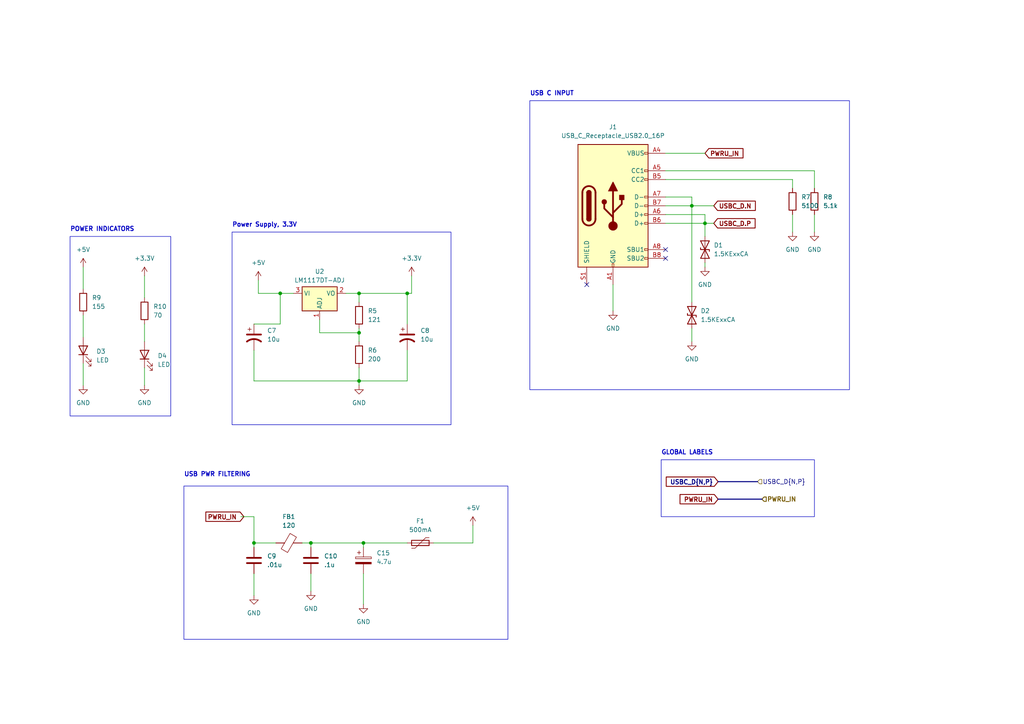
<source format=kicad_sch>
(kicad_sch (version 20230121) (generator eeschema)
  (paper "A4")
  (lib_symbols
    (symbol "Connector:USB_C_Receptacle_USB2.0_16P" (pin_names (offset 1.016))
      (property "Reference" "J" (at 0 22.225 0))
      (property "Value" "USB_C_Receptacle_USB2.0_16P" (at 0 19.685 0))
      (symbol "USB_C_Receptacle_USB2.0_16P_0_0"
        (rectangle (start -0.254 -17.78) (end 0.254 -16.764))
        (rectangle (start 10.16 -14.986) (end 9.144 -15.494))
        (rectangle (start 10.16 -12.446) (end 9.144 -12.954))
        (rectangle (start 10.16 -4.826) (end 9.144 -5.334))
        (rectangle (start 10.16 -2.286) (end 9.144 -2.794))
        (rectangle (start 10.16 0.254) (end 9.144 -0.254))
        (rectangle (start 10.16 2.794) (end 9.144 2.286))
        (rectangle (start 10.16 7.874) (end 9.144 7.366))
        (rectangle (start 10.16 10.414) (end 9.144 9.906))
        (rectangle (start 10.16 15.494) (end 9.144 14.986))
      )
      (symbol "USB_C_Receptacle_USB2.0_16P_0_1"
        (rectangle (start -10.16 17.78) (end 10.16 -17.78) (stroke (width 0.254)) (fill (type background)))
        (arc (start -8.89 -3.81) (mid -6.985 -5.7067) (end -5.08 -3.81) (stroke (width 0.508)))
        (arc (start -7.62 -3.81) (mid -6.985 -4.4423) (end -6.35 -3.81) (stroke (width 0.254)))
        (arc (start -7.62 -3.81) (mid -6.985 -4.4423) (end -6.35 -3.81) (stroke (width 0.254)) (fill (type outline)))
        (rectangle (start -7.62 -3.81) (end -6.35 3.81) (stroke (width 0.254)) (fill (type outline)))
        (arc (start -6.35 3.81) (mid -6.985 4.4423) (end -7.62 3.81) (stroke (width 0.254)))
        (arc (start -6.35 3.81) (mid -6.985 4.4423) (end -7.62 3.81) (stroke (width 0.254)) (fill (type outline)))
        (arc (start -5.08 3.81) (mid -6.985 5.7067) (end -8.89 3.81) (stroke (width 0.508)))
        (circle (center -2.54 1.143) (radius 0.635) (stroke (width 0.254)) (fill (type outline)))
        (circle (center 0 -5.842) (radius 1.27) (fill (type outline)))
        (polyline (pts (xy -8.89 -3.81) (xy -8.89 3.81)) (stroke (width 0.508)))
        (polyline (pts (xy -5.08 3.81) (xy -5.08 -3.81)) (stroke (width 0.508)))
        (polyline (pts (xy 0 -5.842) (xy 0 4.318)) (stroke (width 0.508)))
        (polyline (pts (xy 0 -3.302) (xy -2.54 -0.762) (xy -2.54 0.508)) (stroke (width 0.508)))
        (polyline (pts (xy 0 -2.032) (xy 2.54 0.508) (xy 2.54 1.778)) (stroke (width 0.508)))
        (polyline (pts (xy -1.27 4.318) (xy 0 6.858) (xy 1.27 4.318) (xy -1.27 4.318)) (stroke (width 0.254)) (fill (type outline)))
        (rectangle (start 1.905 1.778) (end 3.175 3.048) (stroke (width 0.254)) (fill (type outline)))
      )
      (symbol "USB_C_Receptacle_USB2.0_16P_1_1"
        (pin passive line (at 0 -22.86 90) (length 5.08) (name "GND") (number "A1"))
        (pin passive line (at 0 -22.86 90) (length 5.08) hide (name "GND") (number "A12"))
        (pin passive line (at 15.24 15.24 180) (length 5.08) (name "VBUS") (number "A4"))
        (pin bidirectional line (at 15.24 10.16 180) (length 5.08) (name "CC1") (number "A5"))
        (pin bidirectional line (at 15.24 -2.54 180) (length 5.08) (name "D+") (number "A6"))
        (pin bidirectional line (at 15.24 2.54 180) (length 5.08) (name "D-") (number "A7"))
        (pin bidirectional line (at 15.24 -12.7 180) (length 5.08) (name "SBU1") (number "A8"))
        (pin passive line (at 15.24 15.24 180) (length 5.08) hide (name "VBUS") (number "A9"))
        (pin passive line (at 0 -22.86 90) (length 5.08) hide (name "GND") (number "B1"))
        (pin passive line (at 0 -22.86 90) (length 5.08) hide (name "GND") (number "B12"))
        (pin passive line (at 15.24 15.24 180) (length 5.08) hide (name "VBUS") (number "B4"))
        (pin bidirectional line (at 15.24 7.62 180) (length 5.08) (name "CC2") (number "B5"))
        (pin bidirectional line (at 15.24 -5.08 180) (length 5.08) (name "D+") (number "B6"))
        (pin bidirectional line (at 15.24 0 180) (length 5.08) (name "D-") (number "B7"))
        (pin bidirectional line (at 15.24 -15.24 180) (length 5.08) (name "SBU2") (number "B8"))
        (pin passive line (at 15.24 15.24 180) (length 5.08) hide (name "VBUS") (number "B9"))
        (pin passive line (at -7.62 -22.86 90) (length 5.08) (name "SHIELD") (number "S1"))
      )
    )
    (symbol "Device:C" (pin_numbers hide) (pin_names (offset 0.254))
      (property "Reference" "C" (at 0.635 2.54 0))
      (property "Value" "C" (at 0.635 -2.54 0))
      (symbol "C_0_1"
        (polyline (pts (xy -2.032 -0.762) (xy 2.032 -0.762)) (stroke (width 0.508)))
        (polyline (pts (xy -2.032 0.762) (xy 2.032 0.762)) (stroke (width 0.508)))
      )
      (symbol "C_1_1"
        (pin passive line (at 0 3.81 270) (length 2.794) (name "~") (number "1"))
        (pin passive line (at 0 -3.81 90) (length 2.794) (name "~") (number "2"))
      )
    )
    (symbol "Device:C_Polarized" (pin_numbers hide) (pin_names (offset 0.254))
      (property "Reference" "C" (at 0.635 2.54 0))
      (property "Value" "C_Polarized" (at 0.635 -2.54 0))
      (symbol "C_Polarized_0_1"
        (rectangle (start -2.286 0.508) (end 2.286 1.016))
        (polyline (pts (xy -1.778 2.286) (xy -0.762 2.286)))
        (polyline (pts (xy -1.27 2.794) (xy -1.27 1.778)))
        (rectangle (start 2.286 -0.508) (end -2.286 -1.016) (fill (type outline)))
      )
      (symbol "C_Polarized_1_1"
        (pin passive line (at 0 3.81 270) (length 2.794) (name "~") (number "1"))
        (pin passive line (at 0 -3.81 90) (length 2.794) (name "~") (number "2"))
      )
    )
    (symbol "Device:C_Polarized_US" (pin_numbers hide) (pin_names (offset 0.254) hide)
      (property "Reference" "C" (at 0.635 2.54 0))
      (property "Value" "C_Polarized_US" (at 0.635 -2.54 0))
      (symbol "C_Polarized_US_0_1"
        (polyline (pts (xy -2.032 0.762) (xy 2.032 0.762)) (stroke (width 0.508)))
        (polyline (pts (xy -1.778 2.286) (xy -0.762 2.286)))
        (polyline (pts (xy -1.27 1.778) (xy -1.27 2.794)))
        (arc (start 2.032 -1.27) (mid 0 -0.5572) (end -2.032 -1.27) (stroke (width 0.508)))
      )
      (symbol "C_Polarized_US_1_1"
        (pin passive line (at 0 3.81 270) (length 2.794) (name "~") (number "1"))
        (pin passive line (at 0 -3.81 90) (length 3.302) (name "~") (number "2"))
      )
    )
    (symbol "Device:FerriteBead" (pin_numbers hide) (pin_names (offset 0))
      (property "Reference" "FB" (at -3.81 0.635 90))
      (property "Value" "FerriteBead" (at 3.81 0 90))
      (symbol "FerriteBead_0_1"
        (polyline (pts (xy 0 -1.27) (xy 0 -1.2192)))
        (polyline (pts (xy 0 1.27) (xy 0 1.2954)))
        (polyline (pts (xy -2.7686 0.4064) (xy -1.7018 2.2606) (xy 2.7686 -0.3048) (xy 1.6764 -2.159) (xy -2.7686 0.4064)))
      )
      (symbol "FerriteBead_1_1"
        (pin passive line (at 0 3.81 270) (length 2.54) (name "~") (number "1"))
        (pin passive line (at 0 -3.81 90) (length 2.54) (name "~") (number "2"))
      )
    )
    (symbol "Device:LED" (pin_numbers hide) (pin_names (offset 1.016) hide)
      (property "Reference" "D" (at 0 2.54 0))
      (property "Value" "LED" (at 0 -2.54 0))
      (symbol "LED_0_1"
        (polyline (pts (xy -1.27 -1.27) (xy -1.27 1.27)) (stroke (width 0.254)))
        (polyline (pts (xy -1.27 0) (xy 1.27 0)))
        (polyline (pts (xy 1.27 -1.27) (xy 1.27 1.27) (xy -1.27 0) (xy 1.27 -1.27)) (stroke (width 0.254)))
        (polyline (pts (xy -3.048 -0.762) (xy -4.572 -2.286) (xy -3.81 -2.286) (xy -4.572 -2.286) (xy -4.572 -1.524)))
        (polyline (pts (xy -1.778 -0.762) (xy -3.302 -2.286) (xy -2.54 -2.286) (xy -3.302 -2.286) (xy -3.302 -1.524)))
      )
      (symbol "LED_1_1"
        (pin passive line (at -3.81 0 0) (length 2.54) (name "K") (number "1"))
        (pin passive line (at 3.81 0 180) (length 2.54) (name "A") (number "2"))
      )
    )
    (symbol "Device:Polyfuse" (pin_numbers hide) (pin_names (offset 0))
      (property "Reference" "F" (at -2.54 0 90))
      (property "Value" "Polyfuse" (at 2.54 0 90))
      (symbol "Polyfuse_0_1"
        (rectangle (start -0.762 2.54) (end 0.762 -2.54) (stroke (width 0.254)))
        (polyline (pts (xy 0 2.54) (xy 0 -2.54)))
        (polyline (pts (xy -1.524 2.54) (xy -1.524 1.524) (xy 1.524 -1.524) (xy 1.524 -2.54)))
      )
      (symbol "Polyfuse_1_1"
        (pin passive line (at 0 3.81 270) (length 1.27) (name "~") (number "1"))
        (pin passive line (at 0 -3.81 90) (length 1.27) (name "~") (number "2"))
      )
    )
    (symbol "Device:R" (pin_numbers hide) (pin_names (offset 0))
      (property "Reference" "R" (at 2.032 0 90))
      (property "Value" "R" (at 0 0 90))
      (symbol "R_0_1"
        (rectangle (start -1.016 -2.54) (end 1.016 2.54) (stroke (width 0.254)))
      )
      (symbol "R_1_1"
        (pin passive line (at 0 3.81 270) (length 1.27) (name "~") (number "1"))
        (pin passive line (at 0 -3.81 90) (length 1.27) (name "~") (number "2"))
      )
    )
    (symbol "Diode:1.5KExxCA" (pin_numbers hide) (pin_names (offset 1.016) hide)
      (property "Reference" "D" (at 0 2.54 0))
      (property "Value" "1.5KExxCA" (at 0 -2.54 0))
      (symbol "1.5KExxCA_0_1"
        (polyline (pts (xy 1.27 0) (xy -1.27 0)))
        (polyline (pts (xy -2.54 -1.27) (xy 0 0) (xy -2.54 1.27) (xy -2.54 -1.27)) (stroke (width 0.254)))
        (polyline (pts (xy 0.508 1.27) (xy 0 1.27) (xy 0 -1.27) (xy -0.508 -1.27)) (stroke (width 0.254)))
        (polyline (pts (xy 2.54 1.27) (xy 2.54 -1.27) (xy 0 0) (xy 2.54 1.27)) (stroke (width 0.254)))
      )
      (symbol "1.5KExxCA_1_1"
        (pin passive line (at -3.81 0 0) (length 2.54) (name "A1") (number "1"))
        (pin passive line (at 3.81 0 180) (length 2.54) (name "A2") (number "2"))
      )
    )
    (symbol "Regulator_Linear:LM1117DT-ADJ"
      (property "Reference" "U" (at -3.81 3.175 0))
      (property "Value" "LM1117DT-ADJ" (at 0 3.175 0))
      (symbol "LM1117DT-ADJ_0_1"
        (rectangle (start -5.08 -5.08) (end 5.08 1.905) (stroke (width 0.254)) (fill (type background)))
      )
      (symbol "LM1117DT-ADJ_1_1"
        (pin input line (at 0 -7.62 90) (length 2.54) (name "ADJ") (number "1"))
        (pin power_out line (at 7.62 0 180) (length 2.54) (name "VO") (number "2"))
        (pin power_in line (at -7.62 0 0) (length 2.54) (name "VI") (number "3"))
      )
    )
    (symbol "power:+3.3V" (power) (pin_names (offset 0))
      (property "Value" "+3.3V" (at 0 3.556 0))
      (symbol "+3.3V_0_1"
        (polyline (pts (xy -0.762 1.27) (xy 0 2.54)))
        (polyline (pts (xy 0 0) (xy 0 2.54)))
        (polyline (pts (xy 0 2.54) (xy 0.762 1.27)))
      )
      (symbol "+3.3V_1_1"
        (pin power_in line (at 0 0 90) (length 0) hide (name "+3.3V") (number "1"))
      )
    )
    (symbol "power:+5V" (power) (pin_names (offset 0))
      (property "Value" "+5V" (at 0 3.556 0))
      (symbol "+5V_0_1"
        (polyline (pts (xy -0.762 1.27) (xy 0 2.54)))
        (polyline (pts (xy 0 0) (xy 0 2.54)))
        (polyline (pts (xy 0 2.54) (xy 0.762 1.27)))
      )
      (symbol "+5V_1_1"
        (pin power_in line (at 0 0 90) (length 0) hide (name "+5V") (number "1"))
      )
    )
    (symbol "power:GND" (power) (pin_names (offset 0))
      (property "Value" "GND" (at 0 -3.81 0))
      (symbol "GND_0_1"
        (polyline (pts (xy 0 0) (xy 0 -1.27) (xy 1.27 -1.27) (xy 0 -2.54) (xy -1.27 -1.27) (xy 0 -1.27)))
      )
      (symbol "GND_1_1"
        (pin power_in line (at 0 0 270) (length 0) hide (name "GND") (number "1"))
      )
    )
  )
  (junction (at 73.66 157.48))
  (junction (at 118.11 85.09))
  (junction (at 200.66 59.69))
  (junction (at 104.14 96.52))
  (junction (at 90.17 157.48))
  (junction (at 204.47 64.77))
  (junction (at 104.14 110.49))
  (junction (at 105.41 157.48))
  (junction (at 104.14 85.09))
  (junction (at 81.28 85.09))
  (no_connect (at 193.04 74.93))
  (no_connect (at 193.04 72.39))
  (no_connect (at 170.18 82.55))
  (wire (pts (xy 90.17 157.48) (xy 105.41 157.48)))
  (wire (pts (xy 73.66 149.86) (xy 73.66 157.48)))
  (wire (pts (xy 90.17 157.48) (xy 90.17 158.75)))
  (wire (pts (xy 193.04 62.23) (xy 204.47 62.23)))
  (wire (pts (xy 73.66 166.37) (xy 73.66 172.72)))
  (wire (pts (xy 74.93 85.09) (xy 74.93 81.28)))
  (bus (pts (xy 208.28 144.78) (xy 220.98 144.78)))
  (wire (pts (xy 104.14 85.09) (xy 118.11 85.09)))
  (wire (pts (xy 41.91 80.01) (xy 41.91 86.36)))
  (wire (pts (xy 24.13 105.41) (xy 24.13 111.76)))
  (wire (pts (xy 200.66 59.69) (xy 200.66 87.63)))
  (wire (pts (xy 87.63 157.48) (xy 90.17 157.48)))
  (wire (pts (xy 24.13 91.44) (xy 24.13 97.79)))
  (wire (pts (xy 236.22 62.23) (xy 236.22 67.31)))
  (wire (pts (xy 200.66 95.25) (xy 200.66 99.06)))
  (wire (pts (xy 92.71 92.71) (xy 92.71 96.52)))
  (wire (pts (xy 125.73 157.48) (xy 137.16 157.48)))
  (wire (pts (xy 118.11 101.6) (xy 118.11 110.49)))
  (wire (pts (xy 236.22 49.53) (xy 236.22 54.61)))
  (wire (pts (xy 193.04 49.53) (xy 236.22 49.53)))
  (wire (pts (xy 193.04 59.69) (xy 200.66 59.69)))
  (wire (pts (xy 92.71 96.52) (xy 104.14 96.52)))
  (wire (pts (xy 137.16 157.48) (xy 137.16 152.4)))
  (wire (pts (xy 24.13 77.47) (xy 24.13 83.82)))
  (wire (pts (xy 105.41 157.48) (xy 118.11 157.48)))
  (wire (pts (xy 73.66 157.48) (xy 73.66 158.75)))
  (wire (pts (xy 229.87 62.23) (xy 229.87 67.31)))
  (wire (pts (xy 119.38 85.09) (xy 119.38 80.01)))
  (wire (pts (xy 118.11 110.49) (xy 104.14 110.49)))
  (wire (pts (xy 73.66 110.49) (xy 104.14 110.49)))
  (wire (pts (xy 104.14 85.09) (xy 104.14 87.63)))
  (wire (pts (xy 204.47 64.77) (xy 204.47 68.58)))
  (wire (pts (xy 104.14 106.68) (xy 104.14 110.49)))
  (wire (pts (xy 85.09 85.09) (xy 81.28 85.09)))
  (wire (pts (xy 193.04 52.07) (xy 229.87 52.07)))
  (wire (pts (xy 81.28 85.09) (xy 74.93 85.09)))
  (wire (pts (xy 105.41 157.48) (xy 105.41 158.75)))
  (wire (pts (xy 73.66 93.98) (xy 81.28 93.98)))
  (wire (pts (xy 90.17 166.37) (xy 90.17 171.45)))
  (bus (pts (xy 208.28 139.7) (xy 219.71 139.7)))
  (wire (pts (xy 73.66 101.6) (xy 73.66 110.49)))
  (wire (pts (xy 100.33 85.09) (xy 104.14 85.09)))
  (wire (pts (xy 204.47 62.23) (xy 204.47 64.77)))
  (wire (pts (xy 104.14 96.52) (xy 104.14 99.06)))
  (wire (pts (xy 41.91 93.98) (xy 41.91 99.06)))
  (wire (pts (xy 105.41 166.37) (xy 105.41 175.26)))
  (wire (pts (xy 118.11 85.09) (xy 119.38 85.09)))
  (wire (pts (xy 204.47 76.2) (xy 204.47 77.47)))
  (wire (pts (xy 104.14 95.25) (xy 104.14 96.52)))
  (wire (pts (xy 193.04 64.77) (xy 204.47 64.77)))
  (wire (pts (xy 118.11 85.09) (xy 118.11 93.98)))
  (wire (pts (xy 193.04 44.45) (xy 204.47 44.45)))
  (wire (pts (xy 80.01 157.48) (xy 73.66 157.48)))
  (wire (pts (xy 69.85 149.86) (xy 73.66 149.86)))
  (wire (pts (xy 193.04 57.15) (xy 200.66 57.15)))
  (wire (pts (xy 204.47 64.77) (xy 207.01 64.77)))
  (wire (pts (xy 41.91 106.68) (xy 41.91 111.76)))
  (wire (pts (xy 229.87 52.07) (xy 229.87 54.61)))
  (wire (pts (xy 200.66 59.69) (xy 207.01 59.69)))
  (wire (pts (xy 200.66 57.15) (xy 200.66 59.69)))
  (wire (pts (xy 104.14 110.49) (xy 104.14 111.76)))
  (wire (pts (xy 177.8 82.55) (xy 177.8 90.17)))
  (wire (pts (xy 81.28 93.98) (xy 81.28 85.09)))
  (rectangle (start 153.67 29.21) (end 246.38 113.03))
  (rectangle (start 67.31 67.31) (end 130.81 123.19))
  (rectangle (start 53.34 140.97) (end 147.32 185.42))
  (rectangle (start 191.77 133.35) (end 236.22 149.86))
  (rectangle (start 20.32 68.58) (end 49.53 120.65))
  (text "GLOBAL LABELS" (at 191.77 132.08 0) (effects (font (size 1.27 1.27) bold) (justify left bottom)))
  (text "Power Supply, 3.3V" (at 67.31 66.04 0) (effects (font (size 1.27 1.27) bold) (justify left bottom)))
  (text "POWER INDICATORS\n" (at 20.32 67.31 0) (effects (font (size 1.27 1.27) bold) (justify left bottom)))
  (text "USB C INPUT" (at 153.67 27.94 0) (effects (font (size 1.27 1.27) bold) (justify left bottom)))
  (text "USB PWR FILTERING\n" (at 53.34 138.43 0) (effects (font (size 1.27 1.27) bold) (justify left bottom)))
  (global_label "USBC_D.P" (shape input) (at 207.01 64.77 0) (effects (font bold)) (property "Intersheetrefs" "${INTERSHEET_REFS}" (effects hide)))
  (global_label "USBC_D.N" (shape input) (at 207.01 59.69 0) (effects (font bold)) (property "Intersheetrefs" "${INTERSHEET_REFS}" (effects hide)))
  (global_label "PWRU_IN" (shape input) (at 208.28 144.78 180) (effects (font bold)) (property "Intersheetrefs" "${INTERSHEET_REFS}" (effects hide)))
  (global_label "PWRU_IN" (shape output) (at 59.69 149.86 0) (effects (font bold)) (property "Intersheetrefs" "${INTERSHEET_REFS}" (effects hide)))
  (global_label "PWRU_IN" (shape input) (at 204.47 44.45 0) (effects (font bold)) (property "Intersheetrefs" "${INTERSHEET_REFS}" (effects hide)))
  (global_label "USBC_D{N,P}" (shape input) (at 208.28 139.7 180) (effects (font (thickness 0.254) bold)) (property "Intersheetrefs" "${INTERSHEET_REFS}" (effects hide)))
  (hierarchical_label "PWRU_IN" (shape input) (at 220.98 144.78 0) (effects (font bold)))
  (hierarchical_label "USBC_D{N,P}" (shape input) (at 219.71 139.7 0))
  (symbol (lib_id "Device:C_Polarized_US") (at 118.11 97.79 0) (unit 1)
    (property "Reference" "C8" (at 121.92 95.885 0) (effects (justify left)))
    (property "Value" "10u" (at 121.92 98.425 0) (effects (justify left)))
  )
  (symbol (lib_id "Diode:1.5KExxCA") (at 204.47 72.39 90) (unit 1)
    (property "Reference" "D1" (at 207.01 71.12 90) (effects (justify right)))
    (property "Value" "1.5KExxCA" (at 207.01 73.66 90) (effects (justify right)))
    (property "Footprint" "Diode_THT:D_DO-201AE_P15.24mm_Horizontal" (effects hide))
    (property "Datasheet" "https://www.vishay.com/docs/88301/15ke.pdf" (effects hide))
  )
  (symbol (lib_id "Device:LED") (at 24.13 101.6 90) (unit 1)
    (property "Reference" "D3" (at 27.94 101.9175 90) (effects (justify right)))
    (property "Value" "LED" (at 27.94 104.4575 90) (effects (justify right)))
  )
  (symbol (lib_id "Device:FerriteBead") (at 83.82 157.48 90) (unit 1)
    (property "Reference" "FB1" (at 83.7692 149.86 90))
    (property "Value" "120" (at 83.7692 152.4 90))
  )
  (symbol (lib_id "power:GND") (at 105.41 175.26 0) (unit 1)
    (property "Reference" "#PWR023" (effects hide))
    (property "Value" "GND" (at 105.41 180.34 0))
  )
  (symbol (lib_id "Device:R") (at 229.87 58.42 0) (unit 1)
    (property "Reference" "R7" (at 232.41 57.15 0) (effects (justify left)))
    (property "Value" "5100" (at 232.41 59.69 0) (effects (justify left)))
  )
  (symbol (lib_id "power:GND") (at 73.66 172.72 0) (unit 1)
    (property "Reference" "#PWR021" (effects hide))
    (property "Value" "GND" (at 73.66 177.8 0))
  )
  (symbol (lib_id "Device:R") (at 41.91 90.17 0) (unit 1)
    (property "Reference" "R10" (at 44.45 88.9 0) (effects (justify left)))
    (property "Value" "70" (at 44.45 91.44 0) (effects (justify left)))
  )
  (symbol (lib_id "power:+3.3V") (at 41.91 80.01 0) (unit 1)
    (property "Reference" "#PWR027" (effects hide))
    (property "Value" "+3.3V" (at 41.91 74.93 0))
  )
  (symbol (lib_id "power:GND") (at 177.8 90.17 0) (unit 1)
    (property "Reference" "#PWR017" (effects hide))
    (property "Value" "GND" (at 177.8 95.25 0))
  )
  (symbol (lib_id "power:+5V") (at 74.93 81.28 0) (unit 1)
    (property "Reference" "#PWR012" (effects hide))
    (property "Value" "+5V" (at 74.93 76.2 0))
  )
  (symbol (lib_id "power:GND") (at 204.47 77.47 0) (unit 1)
    (property "Reference" "#PWR019" (effects hide))
    (property "Value" "GND" (at 204.47 82.55 0))
  )
  (symbol (lib_id "power:GND") (at 200.66 99.06 0) (unit 1)
    (property "Reference" "#PWR018" (effects hide))
    (property "Value" "GND" (at 200.66 104.14 0))
  )
  (symbol (lib_id "Device:R") (at 236.22 58.42 0) (unit 1)
    (property "Reference" "R8" (at 238.76 57.15 0) (effects (justify left)))
    (property "Value" "5.1k" (at 238.76 59.69 0) (effects (justify left)))
  )
  (symbol (lib_id "power:GND") (at 41.91 111.76 0) (unit 1)
    (property "Reference" "#PWR025" (effects hide))
    (property "Value" "GND" (at 41.91 116.84 0))
  )
  (symbol (lib_id "Connector:USB_C_Receptacle_USB2.0_16P") (at 177.8 59.69 0) (unit 1)
    (property "Reference" "J1" (at 177.8 36.83 0))
    (property "Value" "USB_C_Receptacle_USB2.0_16P" (at 177.8 39.37 0))
    (property "Datasheet" "https://www.usb.org/sites/default/files/documents/usb_type-c.zip" (effects hide))
  )
  (symbol (lib_id "power:GND") (at 236.22 67.31 0) (unit 1)
    (property "Reference" "#PWR016" (effects hide))
    (property "Value" "GND" (at 236.22 72.39 0))
  )
  (symbol (lib_id "Device:LED") (at 41.91 102.87 90) (unit 1)
    (property "Reference" "D4" (at 45.72 103.1875 90) (effects (justify right)))
    (property "Value" "LED" (at 45.72 105.7275 90) (effects (justify right)))
  )
  (symbol (lib_id "Device:C") (at 73.66 162.56 0) (unit 1)
    (property "Reference" "C9" (at 77.47 161.29 0) (effects (justify left)))
    (property "Value" ".01u" (at 77.47 163.83 0) (effects (justify left)))
  )
  (symbol (lib_id "Regulator_Linear:LM1117DT-ADJ") (at 92.71 85.09 0) (unit 1)
    (property "Reference" "U2" (at 92.71 78.74 0))
    (property "Value" "LM1117DT-ADJ" (at 92.71 81.28 0))
    (property "Footprint" "Package_TO_SOT_SMD:TO-252-3_TabPin2" (effects hide))
    (property "Datasheet" "http://www.ti.com/lit/ds/symlink/lm1117.pdf" (effects hide))
  )
  (symbol (lib_id "power:GND") (at 90.17 171.45 0) (unit 1)
    (property "Reference" "#PWR022" (effects hide))
    (property "Value" "GND" (at 90.17 176.53 0))
  )
  (symbol (lib_id "Device:Polyfuse") (at 121.92 157.48 90) (unit 1)
    (property "Reference" "F1" (at 121.92 151.13 90))
    (property "Value" "500mA" (at 121.92 153.67 90))
  )
  (symbol (lib_id "Device:R") (at 104.14 102.87 0) (unit 1)
    (property "Reference" "R6" (at 106.68 101.6 0) (effects (justify left)))
    (property "Value" "200" (at 106.68 104.14 0) (effects (justify left)))
  )
  (symbol (lib_id "Device:C_Polarized") (at 105.41 162.56 0) (unit 1)
    (property "Reference" "C15" (at 109.22 160.401 0) (effects (justify left)))
    (property "Value" "4.7u" (at 109.22 162.941 0) (effects (justify left)))
  )
  (symbol (lib_id "power:+5V") (at 24.13 77.47 0) (unit 1)
    (property "Reference" "#PWR026" (effects hide))
    (property "Value" "+5V" (at 24.13 72.39 0))
  )
  (symbol (lib_id "power:GND") (at 104.14 111.76 0) (unit 1)
    (property "Reference" "#PWR014" (effects hide))
    (property "Value" "GND" (at 104.14 116.84 0))
  )
  (symbol (lib_id "power:GND") (at 24.13 111.76 0) (unit 1)
    (property "Reference" "#PWR024" (effects hide))
    (property "Value" "GND" (at 24.13 116.84 0))
  )
  (symbol (lib_id "Device:C_Polarized_US") (at 73.66 97.79 0) (unit 1)
    (property "Reference" "C7" (at 77.47 95.885 0) (effects (justify left)))
    (property "Value" "10u" (at 77.47 98.425 0) (effects (justify left)))
  )
  (symbol (lib_id "power:GND") (at 229.87 67.31 0) (unit 1)
    (property "Reference" "#PWR015" (effects hide))
    (property "Value" "GND" (at 229.87 72.39 0))
  )
  (symbol (lib_id "Device:C") (at 90.17 162.56 0) (unit 1)
    (property "Reference" "C10" (at 93.98 161.29 0) (effects (justify left)))
    (property "Value" ".1u" (at 93.98 163.83 0) (effects (justify left)))
  )
  (symbol (lib_id "Diode:1.5KExxCA") (at 200.66 91.44 90) (unit 1)
    (property "Reference" "D2" (at 203.2 90.17 90) (effects (justify right)))
    (property "Value" "1.5KExxCA" (at 203.2 92.71 90) (effects (justify right)))
    (property "Footprint" "Diode_THT:D_DO-201AE_P15.24mm_Horizontal" (effects hide))
    (property "Datasheet" "https://www.vishay.com/docs/88301/15ke.pdf" (effects hide))
  )
  (symbol (lib_id "Device:R") (at 104.14 91.44 0) (unit 1)
    (property "Reference" "R5" (at 106.68 90.17 0) (effects (justify left)))
    (property "Value" "121" (at 106.68 92.71 0) (effects (justify left)))
  )
  (symbol (lib_id "Device:R") (at 24.13 87.63 0) (unit 1)
    (property "Reference" "R9" (at 26.67 86.36 0) (effects (justify left)))
    (property "Value" "155" (at 26.67 88.9 0) (effects (justify left)))
  )
  (symbol (lib_id "power:+3.3V") (at 119.38 80.01 0) (unit 1)
    (property "Reference" "#PWR013" (effects hide))
    (property "Value" "+3.3V" (at 119.38 74.93 0))
  )
  (symbol (lib_id "power:+5V") (at 137.16 152.4 0) (unit 1)
    (property "Reference" "#PWR020" (effects hide))
    (property "Value" "+5V" (at 137.16 147.32 0))
  )
)
</source>
